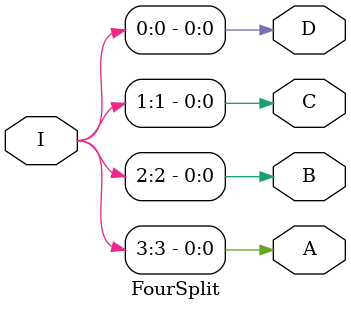
<source format=v>
module FourSplit(input wire [3:0] I, output wire A, output wire B, output wire C, output wire D);
    assign A = I[3];
    assign B = I[2];
    assign C = I[1];
    assign D = I[0];
endmodule
</source>
